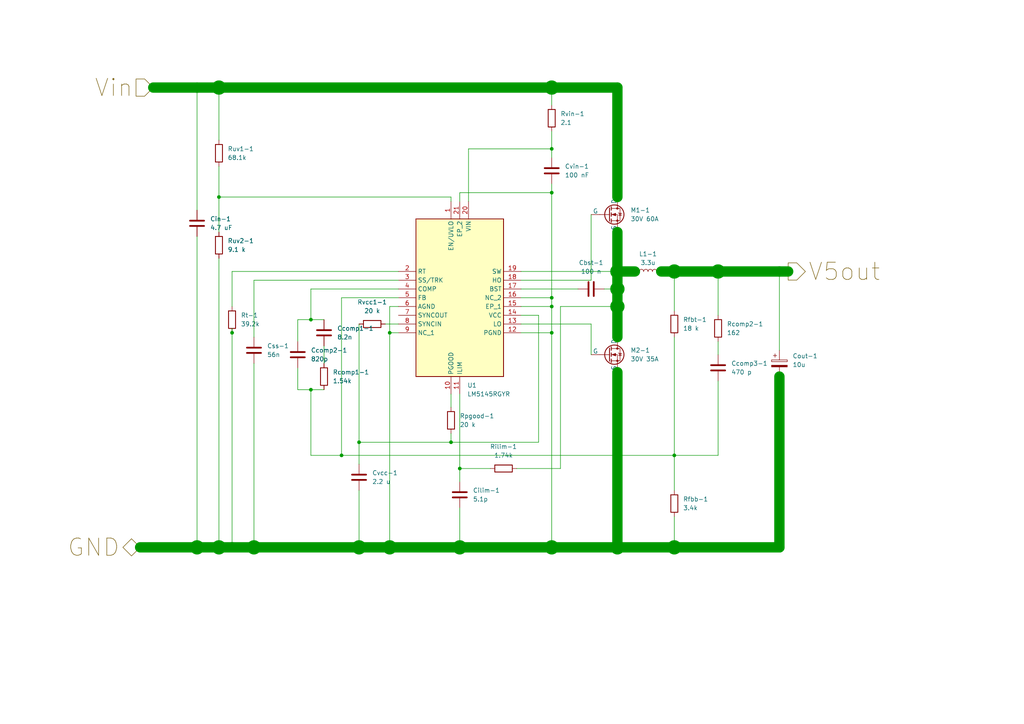
<source format=kicad_sch>
(kicad_sch (version 20231120) (generator "eeschema") (generator_version "8.0")
  (paper "A4")
  (lib_symbols
    (symbol "Device:C" (pin_numbers hide) (pin_names (offset 0.254))
      (property "Reference" "C" (at 0.635 2.54 0))
      (property "Value" "C" (at 0.635 -2.54 0))
      (symbol "C_0_1"
        (polyline (pts (xy -2.032 -0.762) (xy 2.032 -0.762)) (stroke (width 0.508)))
        (polyline (pts (xy -2.032 0.762) (xy 2.032 0.762)) (stroke (width 0.508)))
      )
      (symbol "C_1_1"
        (pin passive line (at 0 3.81 270) (length 2.794) (name "~") (number "1"))
        (pin passive line (at 0 -3.81 90) (length 2.794) (name "~") (number "2"))
      )
    )
    (symbol "Device:C_Polarized" (pin_numbers hide) (pin_names (offset 0.254))
      (property "Reference" "C" (at 0.635 2.54 0))
      (property "Value" "C_Polarized" (at 0.635 -2.54 0))
      (symbol "C_Polarized_0_1"
        (rectangle (start -2.286 0.508) (end 2.286 1.016))
        (polyline (pts (xy -1.778 2.286) (xy -0.762 2.286)))
        (polyline (pts (xy -1.27 2.794) (xy -1.27 1.778)))
        (rectangle (start 2.286 -0.508) (end -2.286 -1.016) (fill (type outline)))
      )
      (symbol "C_Polarized_1_1"
        (pin passive line (at 0 3.81 270) (length 2.794) (name "~") (number "1"))
        (pin passive line (at 0 -3.81 90) (length 2.794) (name "~") (number "2"))
      )
    )
    (symbol "Device:L" (pin_numbers hide) (pin_names (offset 1.016) hide)
      (property "Reference" "L" (at -1.27 0 90))
      (property "Value" "L" (at 1.905 0 90))
      (symbol "L_0_1"
        (arc (start 0 -2.54) (mid 0.6323 -1.905) (end 0 -1.27))
        (arc (start 0 -1.27) (mid 0.6323 -0.635) (end 0 0))
        (arc (start 0 0) (mid 0.6323 0.635) (end 0 1.27))
        (arc (start 0 1.27) (mid 0.6323 1.905) (end 0 2.54))
      )
      (symbol "L_1_1"
        (pin passive line (at 0 3.81 270) (length 1.27) (name "1") (number "1"))
        (pin passive line (at 0 -3.81 90) (length 1.27) (name "2") (number "2"))
      )
    )
    (symbol "Device:R" (pin_numbers hide) (pin_names (offset 0))
      (property "Reference" "R" (at 2.032 0 90))
      (property "Value" "R" (at 0 0 90))
      (symbol "R_0_1"
        (rectangle (start -1.016 -2.54) (end 1.016 2.54) (stroke (width 0.254)))
      )
      (symbol "R_1_1"
        (pin passive line (at 0 3.81 270) (length 1.27) (name "~") (number "1"))
        (pin passive line (at 0 -3.81 90) (length 1.27) (name "~") (number "2"))
      )
    )
    (symbol "New_Library:LM5145RGYR"
      (property "Reference" "IC" (at 31.75 20.32 0))
      (property "Value" "LM5145RGYR" (at 31.75 17.78 0))
      (symbol "LM5145RGYR_1_1"
        (rectangle (start 5.08 15.24) (end 30.48 -30.48) (stroke (width 0.254)) (fill (type background)))
        (pin passive line (at 15.24 20.32 270) (length 5.08) (name "EN/UVLO") (number "1"))
        (pin passive line (at 15.24 -35.56 90) (length 5.08) (name "PGOOD") (number "10"))
        (pin passive line (at 17.78 -35.56 90) (length 5.08) (name "ILIM") (number "11"))
        (pin passive line (at 35.56 -17.78 180) (length 5.08) (name "PGND") (number "12"))
        (pin passive line (at 35.56 -15.24 180) (length 5.08) (name "LO") (number "13"))
        (pin passive line (at 35.56 -12.7 180) (length 5.08) (name "VCC") (number "14"))
        (pin passive line (at 35.56 -10.16 180) (length 5.08) (name "EP_1") (number "15"))
        (pin passive line (at 35.56 -7.62 180) (length 5.08) (name "NC_2") (number "16"))
        (pin passive line (at 35.56 -5.08 180) (length 5.08) (name "BST") (number "17"))
        (pin passive line (at 35.56 -2.54 180) (length 5.08) (name "HO") (number "18"))
        (pin passive line (at 35.56 0 180) (length 5.08) (name "SW") (number "19"))
        (pin passive line (at 0 0 0) (length 5.08) (name "RT") (number "2"))
        (pin passive line (at 20.32 20.32 270) (length 5.08) (name "VIN") (number "20"))
        (pin passive line (at 17.78 20.32 270) (length 5.08) (name "EP_2") (number "21"))
        (pin passive line (at 0 -2.54 0) (length 5.08) (name "SS/TRK") (number "3"))
        (pin passive line (at 0 -5.08 0) (length 5.08) (name "COMP") (number "4"))
        (pin passive line (at 0 -7.62 0) (length 5.08) (name "FB") (number "5"))
        (pin passive line (at 0 -10.16 0) (length 5.08) (name "AGND") (number "6"))
        (pin passive line (at 0 -12.7 0) (length 5.08) (name "SYNCOUT") (number "7"))
        (pin passive line (at 0 -15.24 0) (length 5.08) (name "SYNCIN") (number "8"))
        (pin passive line (at 0 -17.78 0) (length 5.08) (name "NC_1") (number "9"))
      )
    )
    (symbol "Simulation_SPICE:NMOS" (pin_numbers hide) (pin_names (offset 0))
      (property "Reference" "Q" (at 5.08 1.27 0))
      (property "Value" "NMOS" (at 5.08 -1.27 0))
      (symbol "NMOS_0_1"
        (polyline (pts (xy 0.254 0) (xy -2.54 0)))
        (polyline (pts (xy 0.254 1.905) (xy 0.254 -1.905)) (stroke (width 0.254)))
        (polyline (pts (xy 0.762 -1.27) (xy 0.762 -2.286)) (stroke (width 0.254)))
        (polyline (pts (xy 0.762 0.508) (xy 0.762 -0.508)) (stroke (width 0.254)))
        (polyline (pts (xy 0.762 2.286) (xy 0.762 1.27)) (stroke (width 0.254)))
        (polyline (pts (xy 2.54 2.54) (xy 2.54 1.778)))
        (polyline (pts (xy 2.54 -2.54) (xy 2.54 0) (xy 0.762 0)))
        (polyline (pts (xy 0.762 -1.778) (xy 3.302 -1.778) (xy 3.302 1.778) (xy 0.762 1.778)))
        (polyline (pts (xy 1.016 0) (xy 2.032 0.381) (xy 2.032 -0.381) (xy 1.016 0)) (fill (type outline)))
        (polyline (pts (xy 2.794 0.508) (xy 2.921 0.381) (xy 3.683 0.381) (xy 3.81 0.254)))
        (polyline (pts (xy 3.302 0.381) (xy 2.921 -0.254) (xy 3.683 -0.254) (xy 3.302 0.381)))
        (circle (center 1.651 0) (radius 2.794) (stroke (width 0.254)))
        (circle (center 2.54 -1.778) (radius 0.254) (fill (type outline)))
        (circle (center 2.54 1.778) (radius 0.254) (fill (type outline)))
      )
      (symbol "NMOS_1_1"
        (pin passive line (at 2.54 5.08 270) (length 2.54) (name "D") (number "1"))
        (pin input line (at -5.08 0 0) (length 2.54) (name "G") (number "2"))
        (pin passive line (at 2.54 -5.08 90) (length 2.54) (name "S") (number "3"))
      )
    )
  )
  (junction (at 57.15 158.75) (diameter 4))
  (junction (at 133.35 158.75) (diameter 4))
  (junction (at 99.06 132.08))
  (junction (at 179.07 83.82) (diameter 4))
  (junction (at 113.03 96.52))
  (junction (at 67.31 96.52))
  (junction (at 133.35 135.89))
  (junction (at 195.58 78.74) (diameter 4))
  (junction (at 160.02 43.18))
  (junction (at 63.5 25.4) (diameter 4))
  (junction (at 179.07 158.75) (diameter 4))
  (junction (at 63.5 158.75) (diameter 4))
  (junction (at 160.02 96.52))
  (junction (at 226.06 78.74))
  (junction (at 63.5 57.15))
  (junction (at 73.66 158.75) (diameter 4))
  (junction (at 160.02 55.88))
  (junction (at 160.02 25.4) (diameter 4))
  (junction (at 160.02 88.9))
  (junction (at 179.07 88.9) (diameter 4))
  (junction (at 104.14 158.75) (diameter 4))
  (junction (at 104.14 128.27))
  (junction (at 90.17 92.71))
  (junction (at 113.03 158.75) (diameter 4))
  (junction (at 195.58 158.75) (diameter 4))
  (junction (at 208.28 78.74) (diameter 4))
  (junction (at 195.58 132.08))
  (junction (at 67.31 158.75))
  (junction (at 160.02 158.75) (diameter 4))
  (junction (at 130.81 128.27))
  (junction (at 90.17 113.03))
  (junction (at 179.07 78.74) (diameter 4))
  (junction (at 160.02 86.36))
  (junction (at 57.15 25.4))
  (wire (pts (xy 171.45 93.98) (xy 151.13 93.98)))
  (wire (pts (xy 171.45 62.23) (xy 171.45 81.28)))
  (wire (pts (xy 151.13 91.44) (xy 156.21 91.44)))
  (wire (pts (xy 208.28 132.08) (xy 195.58 132.08)))
  (wire (pts (xy 104.14 142.24) (xy 104.14 158.75)))
  (wire (pts (xy 133.35 147.32) (xy 133.35 158.75)))
  (wire (pts (xy 113.03 158.75) (xy 133.35 158.75)) (stroke (width 3)))
  (wire (pts (xy 104.14 158.75) (xy 113.03 158.75)) (stroke (width 3)))
  (wire (pts (xy 151.13 88.9) (xy 160.02 88.9)))
  (wire (pts (xy 160.02 25.4) (xy 63.5 25.4)) (stroke (width 3)))
  (wire (pts (xy 175.26 83.82) (xy 179.07 83.82)))
  (wire (pts (xy 226.06 78.74) (xy 226.06 101.6)))
  (wire (pts (xy 151.13 86.36) (xy 160.02 86.36)))
  (wire (pts (xy 179.07 107.95) (xy 179.07 158.75)) (stroke (width 3)))
  (wire (pts (xy 195.58 132.08) (xy 99.06 132.08)))
  (wire (pts (xy 149.86 135.89) (xy 162.56 135.89)))
  (wire (pts (xy 160.02 53.34) (xy 160.02 55.88)))
  (wire (pts (xy 104.14 93.98) (xy 104.14 128.27)))
  (wire (pts (xy 195.58 78.74) (xy 208.28 78.74)) (stroke (width 3)))
  (wire (pts (xy 130.81 58.42) (xy 130.81 57.15)))
  (wire (pts (xy 67.31 158.75) (xy 73.66 158.75)) (stroke (width 3)))
  (wire (pts (xy 57.15 158.75) (xy 63.5 158.75)) (stroke (width 3)))
  (wire (pts (xy 90.17 132.08) (xy 90.17 113.03)))
  (wire (pts (xy 151.13 83.82) (xy 167.64 83.82)))
  (wire (pts (xy 133.35 135.89) (xy 133.35 139.7)))
  (wire (pts (xy 179.07 83.82) (xy 179.07 88.9)) (stroke (width 3)))
  (wire (pts (xy 113.03 96.52) (xy 115.57 96.52)))
  (wire (pts (xy 93.98 92.71) (xy 90.17 92.71)))
  (wire (pts (xy 195.58 158.75) (xy 226.06 158.75)) (stroke (width 3)))
  (wire (pts (xy 191.77 78.74) (xy 195.58 78.74)) (stroke (width 3)))
  (wire (pts (xy 160.02 30.48) (xy 160.02 25.4)))
  (wire (pts (xy 133.35 55.88) (xy 160.02 55.88)))
  (wire (pts (xy 160.02 96.52) (xy 160.02 158.75)))
  (wire (pts (xy 226.06 109.22) (xy 226.06 158.75)) (stroke (width 3)))
  (wire (pts (xy 63.5 74.93) (xy 63.5 158.75)))
  (wire (pts (xy 115.57 78.74) (xy 67.31 78.74)))
  (wire (pts (xy 195.58 158.75) (xy 226.06 158.75)))
  (wire (pts (xy 99.06 132.08) (xy 90.17 132.08)))
  (wire (pts (xy 63.5 25.4) (xy 63.5 40.64)))
  (wire (pts (xy 226.06 78.74) (xy 228.6 78.74)) (stroke (width 3)))
  (wire (pts (xy 115.57 81.28) (xy 73.66 81.28)))
  (wire (pts (xy 57.15 25.4) (xy 57.15 60.96)))
  (wire (pts (xy 86.36 113.03) (xy 90.17 113.03)))
  (wire (pts (xy 93.98 100.33) (xy 93.98 105.41)))
  (wire (pts (xy 195.58 132.08) (xy 195.58 142.24)))
  (wire (pts (xy 115.57 83.82) (xy 90.17 83.82)))
  (wire (pts (xy 63.5 57.15) (xy 63.5 67.31)))
  (wire (pts (xy 179.07 158.75) (xy 195.58 158.75)) (stroke (width 3)))
  (wire (pts (xy 90.17 83.82) (xy 90.17 92.71)))
  (wire (pts (xy 162.56 135.89) (xy 162.56 88.9)))
  (wire (pts (xy 160.02 55.88) (xy 160.02 86.36)))
  (wire (pts (xy 44.45 25.4) (xy 57.15 25.4)) (stroke (width 3)))
  (wire (pts (xy 171.45 102.87) (xy 171.45 93.98)))
  (wire (pts (xy 86.36 92.71) (xy 86.36 99.06)))
  (wire (pts (xy 179.07 67.31) (xy 179.07 78.74)) (stroke (width 3)))
  (wire (pts (xy 57.15 25.4) (xy 63.5 25.4)) (stroke (width 3)))
  (wire (pts (xy 63.5 48.26) (xy 63.5 57.15)))
  (wire (pts (xy 162.56 88.9) (xy 179.07 88.9)))
  (wire (pts (xy 90.17 113.03) (xy 93.98 113.03)))
  (wire (pts (xy 179.07 88.9) (xy 179.07 97.79)) (stroke (width 3)))
  (wire (pts (xy 133.35 135.89) (xy 142.24 135.89)))
  (wire (pts (xy 99.06 86.36) (xy 99.06 132.08)))
  (wire (pts (xy 179.07 158.75) (xy 160.02 158.75)) (stroke (width 3)))
  (wire (pts (xy 67.31 158.75) (xy 69.85 158.75)))
  (wire (pts (xy 171.45 81.28) (xy 151.13 81.28)))
  (wire (pts (xy 86.36 106.68) (xy 86.36 113.03)))
  (wire (pts (xy 67.31 78.74) (xy 67.31 88.9)))
  (wire (pts (xy 63.5 158.75) (xy 67.31 158.75)) (stroke (width 3)))
  (wire (pts (xy 160.02 86.36) (xy 160.02 88.9)))
  (wire (pts (xy 115.57 88.9) (xy 113.03 88.9)))
  (wire (pts (xy 133.35 114.3) (xy 133.35 135.89)))
  (wire (pts (xy 130.81 114.3) (xy 130.81 118.11)))
  (wire (pts (xy 90.17 92.71) (xy 86.36 92.71)))
  (wire (pts (xy 115.57 86.36) (xy 99.06 86.36)))
  (wire (pts (xy 40.64 158.75) (xy 57.15 158.75)) (stroke (width 3)))
  (wire (pts (xy 179.07 83.82) (xy 179.07 78.74)) (stroke (width 3)))
  (wire (pts (xy 133.35 58.42) (xy 133.35 55.88)))
  (wire (pts (xy 179.07 78.74) (xy 151.13 78.74)))
  (wire (pts (xy 133.35 158.75) (xy 160.02 158.75)) (stroke (width 3)))
  (wire (pts (xy 179.07 57.15) (xy 179.07 25.4)) (stroke (width 3)))
  (wire (pts (xy 73.66 81.28) (xy 73.66 97.79)))
  (wire (pts (xy 208.28 78.74) (xy 226.06 78.74)) (stroke (width 3)))
  (wire (pts (xy 195.58 78.74) (xy 195.58 90.17)))
  (wire (pts (xy 135.89 43.18) (xy 160.02 43.18)))
  (wire (pts (xy 73.66 158.75) (xy 104.14 158.75)) (stroke (width 3)))
  (wire (pts (xy 104.14 128.27) (xy 104.14 134.62)))
  (wire (pts (xy 104.14 128.27) (xy 130.81 128.27)))
  (wire (pts (xy 208.28 99.06) (xy 208.28 102.87)))
  (wire (pts (xy 73.66 105.41) (xy 73.66 158.75)))
  (wire (pts (xy 195.58 149.86) (xy 195.58 158.75)))
  (wire (pts (xy 130.81 125.73) (xy 130.81 128.27)))
  (wire (pts (xy 113.03 88.9) (xy 113.03 96.52)))
  (wire (pts (xy 208.28 91.44) (xy 208.28 78.74)))
  (wire (pts (xy 179.07 25.4) (xy 160.02 25.4)) (stroke (width 3)))
  (wire (pts (xy 130.81 57.15) (xy 63.5 57.15)))
  (wire (pts (xy 160.02 88.9) (xy 160.02 96.52)))
  (wire (pts (xy 208.28 110.49) (xy 208.28 132.08)))
  (wire (pts (xy 195.58 97.79) (xy 195.58 132.08)))
  (wire (pts (xy 113.03 96.52) (xy 113.03 158.75)))
  (wire (pts (xy 156.21 91.44) (xy 156.21 128.27)))
  (wire (pts (xy 67.31 96.52) (xy 67.31 158.75)))
  (wire (pts (xy 135.89 58.42) (xy 135.89 43.18)))
  (wire (pts (xy 156.21 128.27) (xy 130.81 128.27)))
  (wire (pts (xy 160.02 43.18) (xy 160.02 45.72)))
  (wire (pts (xy 67.31 95.25) (xy 67.31 96.52)))
  (wire (pts (xy 57.15 68.58) (xy 57.15 158.75)))
  (wire (pts (xy 151.13 96.52) (xy 160.02 96.52)))
  (wire (pts (xy 111.76 93.98) (xy 115.57 93.98)))
  (wire (pts (xy 160.02 38.1) (xy 160.02 43.18)))
  (wire (pts (xy 179.07 78.74) (xy 184.15 78.74)) (stroke (width 3)))
  (hierarchical_label "GND" (shape bidirectional) (at 40.64 158.75 180) (effects (font (size 5 5))))
  (hierarchical_label "Vin" (shape input) (at 44.45 25.4 180) (effects (font (size 5 5))))
  (hierarchical_label "V5out" (shape output) (at 228.6 78.74 0) (effects (font (size 5 5))))
  (symbol (lib_id "Device:C_Polarized") (at 226.06 105.41 0) (unit 1)
    (property "Reference" "Cout-1" (at 229.87 103.251 0) (effects (justify left)))
    (property "Value" "10u" (at 229.87 105.791 0) (effects (justify left)))
    (property "Footprint" "Capacitor_THT:C_Radial_D6.3mm_H5.0mm_P2.50mm" (effects (hide yes)))
    (property "Manufacturer_Part_Number" "VDC: 10 V  ESR: 8 mΩ" (effects (hide yes)))
  )
  (symbol (lib_id "Device:R") (at 67.31 92.71 0) (unit 1)
    (property "Reference" "Rt-1" (at 69.85 91.44 0) (effects (justify left)))
    (property "Value" "39.2k" (at 69.85 93.98 0) (effects (justify left)))
    (property "Footprint" "Resistor_SMD:R_0402_1005Metric" (effects (hide yes)))
    (property "Manufacturer_Part_Number" "CRCW040239K2FKED" (effects (hide yes)))
  )
  (symbol (lib_id "Device:R") (at 146.05 135.89 90) (unit 1)
    (property "Reference" "Rilim-1" (at 146.05 129.54 90))
    (property "Value" "1.74k" (at 146.05 132.08 90))
    (property "Footprint" "Resistor_SMD:R_0402_1005Metric" (effects (hide yes)))
    (property "Manufacturer_Part_Number" "CRCW04021K74FKED" (effects (hide yes)))
  )
  (symbol (lib_id "Device:R") (at 107.95 93.98 90) (unit 1)
    (property "Reference" "Rvcc1-1" (at 107.95 87.63 90))
    (property "Value" "20 k" (at 107.95 90.17 90))
    (property "Footprint" "Resistor_SMD:R_0603_1608Metric" (effects (hide yes)))
    (property "Manufacturer_Part_Number" "RC0603FR-0720KL" (effects (hide yes)))
  )
  (symbol (lib_id "Device:C") (at 93.98 96.52 180) (unit 1)
    (property "Reference" "Ccomp1-1" (at 97.79 95.25 0) (effects (justify right)))
    (property "Value" "8.2n" (at 97.79 97.79 0) (effects (justify right)))
    (property "Footprint" "Capacitor_SMD:C_0402_1005Metric" (effects (hide yes)))
    (property "Manufacturer_Part_Number" "GRM155R71C822KA01D" (effects (hide yes)))
  )
  (symbol (lib_id "Device:C") (at 133.35 143.51 0) (unit 1)
    (property "Reference" "Cilim-1" (at 137.16 142.24 0) (effects (justify left)))
    (property "Value" "5.1p" (at 137.16 144.78 0) (effects (justify left)))
    (property "Footprint" "Capacitor_SMD:C_0805_2012Metric" (effects (hide yes)))
    (property "Manufacturer_Part_Number" "GQM2195C2A5R1CB01D" (effects (hide yes)))
  )
  (symbol (lib_id "Device:C") (at 104.14 138.43 0) (unit 1)
    (property "Reference" "Cvcc-1" (at 107.95 137.16 0) (effects (justify left)))
    (property "Value" "2.2 u" (at 107.95 139.7 0) (effects (justify left)))
    (property "Footprint" "Capacitor_SMD:C_0402_1005Metric" (effects (hide yes)))
    (property "Manufacturer_Part_Number" "C1005X5R1V225K050BC" (effects (hide yes)))
  )
  (symbol (lib_id "Device:R") (at 208.28 95.25 0) (unit 1)
    (property "Reference" "Rcomp2-1" (at 210.82 93.98 0) (effects (justify left)))
    (property "Value" "162" (at 210.82 96.52 0) (effects (justify left)))
    (property "Footprint" "Resistor_SMD:R_0402_1005Metric" (effects (hide yes)))
    (property "Manufacturer_Part_Number" "CRCW0402162RFKED" (effects (hide yes)))
  )
  (symbol (lib_id "Device:C") (at 86.36 102.87 180) (unit 1)
    (property "Reference" "Ccomp2-1" (at 90.17 101.6 0) (effects (justify right)))
    (property "Value" "820p" (at 90.17 104.14 0) (effects (justify right)))
    (property "Footprint" "Capacitor_SMD:C_0402_1005Metric" (effects (hide yes)))
    (property "Manufacturer_Part_Number" "GRM155R71H821KA01D" (effects (hide yes)))
  )
  (symbol (lib_id "Device:C") (at 171.45 83.82 90) (unit 1)
    (property "Reference" "Cbst-1" (at 171.45 76.2 90))
    (property "Value" "100 n" (at 171.45 78.74 90))
    (property "Footprint" "Capacitor_SMD:C_0603_1608Metric" (effects (hide yes)))
    (property "Manufacturer_Part_Number" "GRM188R61E104KA01D" (effects (hide yes)))
  )
  (symbol (lib_id "Device:C") (at 208.28 106.68 0) (unit 1)
    (property "Reference" "Ccomp3-1" (at 212.09 105.41 0) (effects (justify left)))
    (property "Value" "470 p" (at 212.09 107.95 0) (effects (justify left)))
    (property "Footprint" "Capacitor_SMD:C_0402_1005Metric" (effects (hide yes)))
    (property "Manufacturer_Part_Number" "CGA2B2X7R1H471K050BA" (effects (hide yes)))
  )
  (symbol (lib_id "Device:C") (at 160.02 49.53 0) (unit 1)
    (property "Reference" "Cvin-1" (at 163.83 48.26 0) (effects (justify left)))
    (property "Value" "100 nF" (at 163.83 50.8 0) (effects (justify left)))
    (property "Footprint" "Capacitor_SMD:C_0603_1608Metric" (effects (hide yes)))
    (property "Manufacturer_Part_Number" "CGA3E2X7R1H104K080AA" (effects (hide yes)))
  )
  (symbol (lib_id "Device:L") (at 187.96 78.74 90) (unit 1)
    (property "Reference" "L1-1" (at 187.96 73.66 90))
    (property "Value" "3.3u" (at 187.96 76.2 90))
    (property "Footprint" "Library:A3mmCoil" (effects (hide yes)))
  )
  (symbol (lib_id "Simulation_SPICE:NMOS") (at 176.53 102.87 0) (unit 1)
    (property "Reference" "M2-1" (at 182.88 101.6 0) (effects (justify left)))
    (property "Value" "30V 35A" (at 182.88 104.14 0) (effects (justify left)))
    (property "Footprint" "Library:TO545P521X1594X2566-3P" (effects (hide yes)))
    (property "Datasheet" "https://ngspice.sourceforge.io/docs/ngspice-manual.pdf" (effects (hide yes)))
    (property "Sim.Device" "NMOS" (effects (hide yes)))
    (property "Sim.Type" "VDMOS" (effects (hide yes)))
    (property "Sim.Pins" "1=D 2=G 3=S" (effects (hide yes)))
    (property "Manufacturer_Part_Number" "IXFX360N10T" (effects (hide yes)))
  )
  (symbol (lib_id "Simulation_SPICE:NMOS") (at 176.53 62.23 0) (unit 1)
    (property "Reference" "M1-1" (at 182.88 60.96 0) (effects (justify left)))
    (property "Value" "30V 60A" (at 182.88 63.5 0) (effects (justify left)))
    (property "Footprint" "Library:TO545P521X1594X2566-3P" (effects (hide yes)))
    (property "Datasheet" "https://ngspice.sourceforge.io/docs/ngspice-manual.pdf" (effects (hide yes)))
    (property "Sim.Device" "NMOS" (effects (hide yes)))
    (property "Sim.Type" "VDMOS" (effects (hide yes)))
    (property "Sim.Pins" "1=D 2=G 3=S" (effects (hide yes)))
    (property "Manufacturer_Part_Number" "IXFX360N10T" (effects (hide yes)))
  )
  (symbol (lib_id "Device:R") (at 130.81 121.92 0) (unit 1)
    (property "Reference" "Rpgood-1" (at 133.35 120.65 0) (effects (justify left)))
    (property "Value" "20 k" (at 133.35 123.19 0) (effects (justify left)))
    (property "Footprint" "Resistor_SMD:R_0603_1608Metric" (effects (hide yes)))
    (property "Manufacturer_Part_Number" "RC0603FR-0720KL" (effects (hide yes)))
  )
  (symbol (lib_id "Device:R") (at 195.58 146.05 0) (unit 1)
    (property "Reference" "Rfbb-1" (at 198.12 144.78 0) (effects (justify left)))
    (property "Value" "3.4k" (at 198.12 147.32 0) (effects (justify left)))
    (property "Footprint" "Resistor_SMD:R_0402_1005Metric" (effects (hide yes)))
    (property "Manufacturer_Part_Number" "CRCW04023K40FKED" (effects (hide yes)))
  )
  (symbol (lib_id "New_Library:LM5145RGYR") (at 115.57 78.74 0) (unit 1)
    (property "Reference" "U1" (at 135.5441 111.76 0) (effects (justify left)))
    (property "Value" "LM5145RGYR" (at 135.5441 114.3 0) (effects (justify left)))
    (property "Footprint" "RGY0020B" (effects (hide yes)))
    (property "Datasheet" "http://www.ti.com/lit/ds/symlink/lm5145.pdf?HQS=TI-null-null-mousermode-df-pf-null-wwe&DCM=yes&ref_url=https%3A%2F%2Fwww.mouser.com%2F" (effects (hide yes)))
    (property "Manufacturer_Name" "Texas Instruments" (effects (hide yes)))
    (property "Manufacturer_Part_Number" "LM5145RGYR" (effects (hide yes)))
    (property "Mouser Part Number" "595-LM5145RGYR" (effects (hide yes)))
    (property "Mouser Price/Stock" "https://www.mouser.co.uk/ProductDetail/Texas-Instruments/LM5145RGYR?qs=gt1LBUVyoHkKVoSLabi7ZQ%3D%3D" (effects (hide yes)))
    (property "Arrow Part Number" "LM5145RGYR" (effects (hide yes)))
    (property "Arrow Price/Stock" "https://www.arrow.com/en/products/lm5145rgyr/texas-instruments?region=nac" (effects (hide yes)))
    (property "Sim.Library" "LM5145_TRANS.LIB" (effects (hide yes)))
    (property "Sim.Name" "LM5145_TRANS" (effects (hide yes)))
    (property "Sim.Device" "SUBCKT" (effects (hide yes)))
    (property "Sim.Pins" "1=AGND 2=BST 3=COMP 4=EN_UVLO 5=EP 6=EP2 7=FB 8=HO 9=ILIM 10=LO 11=NC1 12=NC2 13=PGND 14=PGOOD 15=RT 16=SS_TRK 17=SW 18=SYNCIN 19=SYNCOUT 20=VCC 21=VIN" (effects (hide yes)))
  )
  (symbol (lib_id "Device:R") (at 63.5 71.12 0) (unit 1)
    (property "Reference" "Ruv2-1" (at 66.04 69.85 0) (effects (justify left)))
    (property "Value" "9.1 k" (at 66.04 72.39 0) (effects (justify left)))
    (property "Footprint" "Resistor_SMD:R_0603_1608Metric" (effects (hide yes)))
    (property "Manufacturer_Part_Number" "RC0603FR-079K1L" (effects (hide yes)))
  )
  (symbol (lib_id "Device:R") (at 63.5 44.45 0) (unit 1)
    (property "Reference" "Ruv1-1" (at 66.04 43.18 0) (effects (justify left)))
    (property "Value" "68.1k" (at 66.04 45.72 0) (effects (justify left)))
    (property "Footprint" "Resistor_SMD:R_0201_0603Metric" (effects (hide yes)))
    (property "Manufacturer_Part_Number" "RC0201FR-7D68K1L" (effects (hide yes)))
  )
  (symbol (lib_id "Device:C") (at 73.66 101.6 0) (unit 1)
    (property "Reference" "Css-1" (at 77.47 100.33 0) (effects (justify left)))
    (property "Value" "56n" (at 77.47 102.87 0) (effects (justify left)))
    (property "Footprint" "Capacitor_SMD:C_0402_1005Metric" (effects (hide yes)))
    (property "Manufacturer_Part_Number" "GRM155R71C563KA88D" (effects (hide yes)))
  )
  (symbol (lib_id "Device:C") (at 57.15 64.77 0) (unit 1)
    (property "Reference" "Cin-1" (at 60.96 63.5 0) (effects (justify left)))
    (property "Value" "4.7 uF" (at 60.96 66.04 0) (effects (justify left)))
    (property "Footprint" "Capacitor_SMD:C_1210_3225Metric" (effects (hide yes)))
    (property "Manufacturer_Part_Number" "GRM32ER71H475KA88L" (effects (hide yes)))
  )
  (symbol (lib_id "Device:R") (at 195.58 93.98 0) (unit 1)
    (property "Reference" "Rfbt-1" (at 198.12 92.71 0) (effects (justify left)))
    (property "Value" "18 k" (at 198.12 95.25 0) (effects (justify left)))
    (property "Footprint" "Resistor_SMD:R_0603_1608Metric" (effects (hide yes)))
    (property "Manufacturer_Part_Number" "RC0603FR-0718KL" (effects (hide yes)))
  )
  (symbol (lib_id "Device:R") (at 160.02 34.29 0) (unit 1)
    (property "Reference" "Rvin-1" (at 162.56 33.02 0) (effects (justify left)))
    (property "Value" "2.1" (at 162.56 35.56 0) (effects (justify left)))
    (property "Footprint" "Resistor_SMD:R_0603_1608Metric" (effects (hide yes)))
    (property "Manufacturer_Part_Number" "CRCW06032R10FKEA" (effects (hide yes)))
  )
  (symbol (lib_id "Device:R") (at 93.98 109.22 180) (unit 1)
    (property "Reference" "Rcomp1-1" (at 96.52 107.95 0) (effects (justify right)))
    (property "Value" "1.54k" (at 96.52 110.49 0) (effects (justify right)))
    (property "Footprint" "Resistor_SMD:R_0402_1005Metric" (effects (hide yes)))
    (property "Manufacturer_Part_Number" "CRCW04021K78FKED" (effects (hide yes)))
  )
)
</source>
